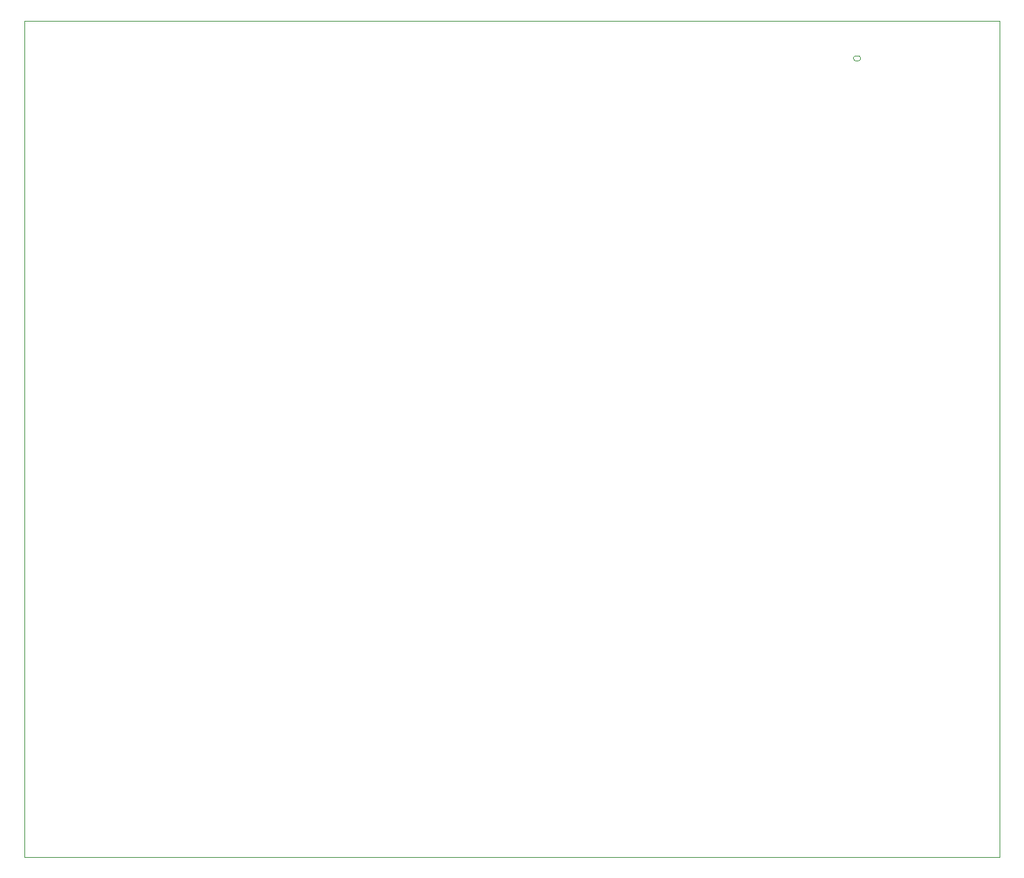
<source format=gbr>
G04 #@! TF.GenerationSoftware,KiCad,Pcbnew,(5.1.8)-1*
G04 #@! TF.CreationDate,2021-03-16T20:17:20-07:00*
G04 #@! TF.ProjectId,DeskTopVolKnob_Keypad,4465736b-546f-4705-966f-6c4b6e6f625f,rev?*
G04 #@! TF.SameCoordinates,Original*
G04 #@! TF.FileFunction,Profile,NP*
%FSLAX46Y46*%
G04 Gerber Fmt 4.6, Leading zero omitted, Abs format (unit mm)*
G04 Created by KiCad (PCBNEW (5.1.8)-1) date 2021-03-16 20:17:20*
%MOMM*%
%LPD*%
G01*
G04 APERTURE LIST*
G04 #@! TA.AperFunction,Profile*
%ADD10C,0.050000*%
G04 #@! TD*
G04 #@! TA.AperFunction,Profile*
%ADD11C,0.100000*%
G04 #@! TD*
G04 APERTURE END LIST*
D10*
X36576000Y-129540000D02*
X36576000Y-27940000D01*
X154940000Y-129540000D02*
X36576000Y-129540000D01*
X154940000Y-27940000D02*
X154940000Y-129540000D01*
X36576000Y-27940000D02*
X154940000Y-27940000D01*
D11*
X137745000Y-32197000D02*
X137495000Y-32197000D01*
X137495000Y-32827000D02*
X137745000Y-32827000D01*
X137180000Y-32512000D02*
G75*
G03*
X137495000Y-32827000I315000J0D01*
G01*
X137495000Y-32197000D02*
G75*
G03*
X137180000Y-32512000I0J-315000D01*
G01*
X138060000Y-32512000D02*
G75*
G03*
X137745000Y-32197000I-315000J0D01*
G01*
X137745000Y-32827000D02*
G75*
G03*
X138060000Y-32512000I0J315000D01*
G01*
M02*

</source>
